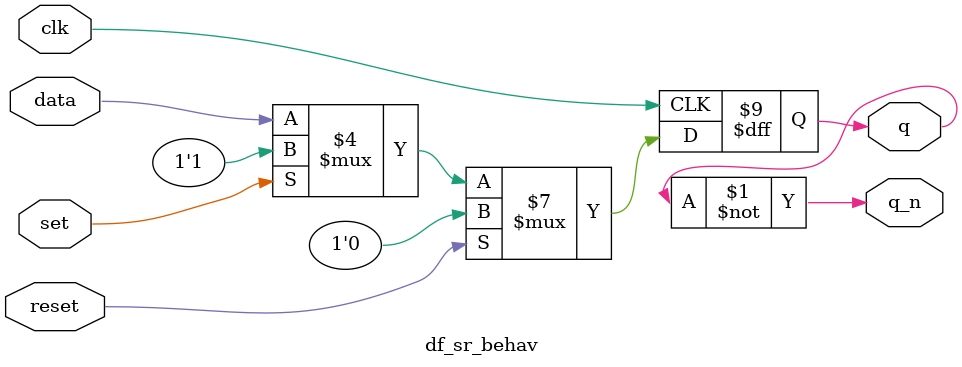
<source format=v>
module df_sr_behav (
    q,
    q_n,
    data,
    set, 
    reset,
    clk
);
    input data, set, clk, reset;
    output q, q_n;
    reg q;

    assign q_n = ~q;
    always @(posedge clk) begin
        if(reset)   q <= 1'b0;
        else if(set) q <= 1'b1;
        else q <= data;
    end
endmodule
</source>
